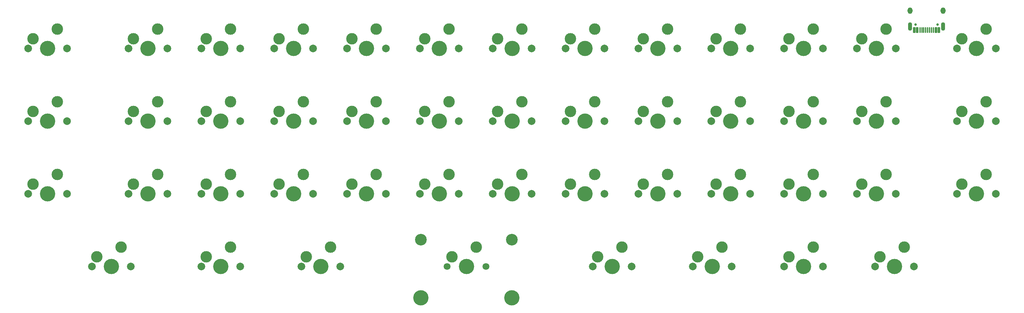
<source format=gbr>
%TF.GenerationSoftware,KiCad,Pcbnew,8.0.3*%
%TF.CreationDate,2024-06-22T11:54:46+09:00*%
%TF.ProjectId,Sherie,53686572-6965-42e6-9b69-6361645f7063,1.0*%
%TF.SameCoordinates,Original*%
%TF.FileFunction,Soldermask,Top*%
%TF.FilePolarity,Negative*%
%FSLAX46Y46*%
G04 Gerber Fmt 4.6, Leading zero omitted, Abs format (unit mm)*
G04 Created by KiCad (PCBNEW 8.0.3) date 2024-06-22 11:54:46*
%MOMM*%
%LPD*%
G01*
G04 APERTURE LIST*
G04 Aperture macros list*
%AMRoundRect*
0 Rectangle with rounded corners*
0 $1 Rounding radius*
0 $2 $3 $4 $5 $6 $7 $8 $9 X,Y pos of 4 corners*
0 Add a 4 corners polygon primitive as box body*
4,1,4,$2,$3,$4,$5,$6,$7,$8,$9,$2,$3,0*
0 Add four circle primitives for the rounded corners*
1,1,$1+$1,$2,$3*
1,1,$1+$1,$4,$5*
1,1,$1+$1,$6,$7*
1,1,$1+$1,$8,$9*
0 Add four rect primitives between the rounded corners*
20,1,$1+$1,$2,$3,$4,$5,0*
20,1,$1+$1,$4,$5,$6,$7,0*
20,1,$1+$1,$6,$7,$8,$9,0*
20,1,$1+$1,$8,$9,$2,$3,0*%
G04 Aperture macros list end*
%ADD10C,2.000000*%
%ADD11C,3.000000*%
%ADD12C,4.000000*%
%ADD13C,3.050000*%
%ADD14C,1.800000*%
%ADD15C,0.650000*%
%ADD16RoundRect,0.060000X0.240000X0.665000X-0.240000X0.665000X-0.240000X-0.665000X0.240000X-0.665000X0*%
%ADD17RoundRect,0.060000X0.090000X0.665000X-0.090000X0.665000X-0.090000X-0.665000X0.090000X-0.665000X0*%
%ADD18O,1.100000X2.200000*%
%ADD19O,1.300000X1.700000*%
G04 APERTURE END LIST*
D10*
%TO.C,SW42*%
X163830000Y-164623750D03*
D11*
X165100000Y-162083750D03*
D12*
X168910000Y-164623750D03*
D11*
X171450000Y-159543750D03*
D10*
X173990000Y-164623750D03*
%TD*%
%TO.C,SW9*%
X251936250Y-107473750D03*
D11*
X253206250Y-104933750D03*
D12*
X257016250Y-107473750D03*
D11*
X259556250Y-102393750D03*
D10*
X262096250Y-107473750D03*
%TD*%
%TO.C,SW6*%
X194786250Y-107473750D03*
D11*
X196056250Y-104933750D03*
D12*
X199866250Y-107473750D03*
D11*
X202406250Y-102393750D03*
D10*
X204946250Y-107473750D03*
%TD*%
%TO.C,SW29*%
X137636250Y-145573750D03*
D11*
X138906250Y-143033750D03*
D12*
X142716250Y-145573750D03*
D11*
X145256250Y-140493750D03*
D10*
X147796250Y-145573750D03*
%TD*%
D13*
%TO.C,SW43*%
X195110000Y-157623750D03*
D12*
X195110000Y-172863750D03*
D14*
X201930000Y-164623750D03*
D11*
X203200000Y-162083750D03*
D12*
X207010000Y-164623750D03*
D11*
X209550000Y-159543750D03*
D14*
X212090000Y-164623750D03*
D13*
X218910000Y-157623750D03*
D12*
X218910000Y-172863750D03*
%TD*%
D10*
%TO.C,SW22*%
X251936250Y-126523750D03*
D11*
X253206250Y-123983750D03*
D12*
X257016250Y-126523750D03*
D11*
X259556250Y-121443750D03*
D10*
X262096250Y-126523750D03*
%TD*%
%TO.C,SW15*%
X118586250Y-126523750D03*
D11*
X119856250Y-123983750D03*
D12*
X123666250Y-126523750D03*
D11*
X126206250Y-121443750D03*
D10*
X128746250Y-126523750D03*
%TD*%
%TO.C,SW24*%
X290036250Y-126523750D03*
D11*
X291306250Y-123983750D03*
D12*
X295116250Y-126523750D03*
D11*
X297656250Y-121443750D03*
D10*
X300196250Y-126523750D03*
%TD*%
%TO.C,SW25*%
X309086250Y-126523750D03*
D11*
X310356250Y-123983750D03*
D12*
X314166250Y-126523750D03*
D11*
X316706250Y-121443750D03*
D10*
X319246250Y-126523750D03*
%TD*%
%TO.C,SW45*%
X266223750Y-164623750D03*
D11*
X267493750Y-162083750D03*
D12*
X271303750Y-164623750D03*
D11*
X273843750Y-159543750D03*
D10*
X276383750Y-164623750D03*
%TD*%
%TO.C,SW7*%
X213836250Y-107473750D03*
D11*
X215106250Y-104933750D03*
D12*
X218916250Y-107473750D03*
D11*
X221456250Y-102393750D03*
D10*
X223996250Y-107473750D03*
%TD*%
%TO.C,SW10*%
X270986250Y-107473750D03*
D11*
X272256250Y-104933750D03*
D12*
X276066250Y-107473750D03*
D11*
X278606250Y-102393750D03*
D10*
X281146250Y-107473750D03*
%TD*%
%TO.C,SW19*%
X194786250Y-126523750D03*
D11*
X196056250Y-123983750D03*
D12*
X199866250Y-126523750D03*
D11*
X202406250Y-121443750D03*
D10*
X204946250Y-126523750D03*
%TD*%
%TO.C,SW14*%
X92392500Y-126523750D03*
D11*
X93662500Y-123983750D03*
D12*
X97472500Y-126523750D03*
D11*
X100012500Y-121443750D03*
D10*
X102552500Y-126523750D03*
%TD*%
%TO.C,SW30*%
X156686250Y-145573750D03*
D11*
X157956250Y-143033750D03*
D12*
X161766250Y-145573750D03*
D11*
X164306250Y-140493750D03*
D10*
X166846250Y-145573750D03*
%TD*%
%TO.C,SW39*%
X335280000Y-145573750D03*
D11*
X336550000Y-143033750D03*
D12*
X340360000Y-145573750D03*
D11*
X342900000Y-140493750D03*
D10*
X345440000Y-145573750D03*
%TD*%
%TO.C,SW46*%
X290036250Y-164623750D03*
D11*
X291306250Y-162083750D03*
D12*
X295116250Y-164623750D03*
D11*
X297656250Y-159543750D03*
D10*
X300196250Y-164623750D03*
%TD*%
%TO.C,SW28*%
X118586250Y-145573750D03*
D11*
X119856250Y-143033750D03*
D12*
X123666250Y-145573750D03*
D11*
X126206250Y-140493750D03*
D10*
X128746250Y-145573750D03*
%TD*%
%TO.C,SW40*%
X109061250Y-164623750D03*
D11*
X110331250Y-162083750D03*
D12*
X114141250Y-164623750D03*
D11*
X116681250Y-159543750D03*
D10*
X119221250Y-164623750D03*
%TD*%
%TO.C,SW31*%
X175736250Y-145573750D03*
D11*
X177006250Y-143033750D03*
D12*
X180816250Y-145573750D03*
D11*
X183356250Y-140493750D03*
D10*
X185896250Y-145573750D03*
%TD*%
%TO.C,SW38*%
X309086250Y-145573750D03*
D11*
X310356250Y-143033750D03*
D12*
X314166250Y-145573750D03*
D11*
X316706250Y-140493750D03*
D10*
X319246250Y-145573750D03*
%TD*%
%TO.C,SW26*%
X335280000Y-126523750D03*
D11*
X336550000Y-123983750D03*
D12*
X340360000Y-126523750D03*
D11*
X342900000Y-121443750D03*
D10*
X345440000Y-126523750D03*
%TD*%
%TO.C,SW27*%
X92392500Y-145573750D03*
D11*
X93662500Y-143033750D03*
D12*
X97472500Y-145573750D03*
D11*
X100012500Y-140493750D03*
D10*
X102552500Y-145573750D03*
%TD*%
%TO.C,SW23*%
X270986250Y-126523750D03*
D11*
X272256250Y-123983750D03*
D12*
X276066250Y-126523750D03*
D11*
X278606250Y-121443750D03*
D10*
X281146250Y-126523750D03*
%TD*%
%TO.C,SW37*%
X290036250Y-145573750D03*
D11*
X291306250Y-143033750D03*
D12*
X295116250Y-145573750D03*
D11*
X297656250Y-140493750D03*
D10*
X300196250Y-145573750D03*
%TD*%
%TO.C,SW20*%
X213836250Y-126523750D03*
D11*
X215106250Y-123983750D03*
D12*
X218916250Y-126523750D03*
D11*
X221456250Y-121443750D03*
D10*
X223996250Y-126523750D03*
%TD*%
%TO.C,SW17*%
X156686250Y-126523750D03*
D11*
X157956250Y-123983750D03*
D12*
X161766250Y-126523750D03*
D11*
X164306250Y-121443750D03*
D10*
X166846250Y-126523750D03*
%TD*%
%TO.C,SW2*%
X118586250Y-107473750D03*
D11*
X119856250Y-104933750D03*
D12*
X123666250Y-107473750D03*
D11*
X126206250Y-102393750D03*
D10*
X128746250Y-107473750D03*
%TD*%
%TO.C,SW35*%
X251936250Y-145573750D03*
D11*
X253206250Y-143033750D03*
D12*
X257016250Y-145573750D03*
D11*
X259556250Y-140493750D03*
D10*
X262096250Y-145573750D03*
%TD*%
%TO.C,SW41*%
X137636250Y-164623750D03*
D11*
X138906250Y-162083750D03*
D12*
X142716250Y-164623750D03*
D11*
X145256250Y-159543750D03*
D10*
X147796250Y-164623750D03*
%TD*%
%TO.C,SW4*%
X156686250Y-107473750D03*
D11*
X157956250Y-104933750D03*
D12*
X161766250Y-107473750D03*
D11*
X164306250Y-102393750D03*
D10*
X166846250Y-107473750D03*
%TD*%
%TO.C,SW34*%
X232886250Y-145573750D03*
D11*
X234156250Y-143033750D03*
D12*
X237966250Y-145573750D03*
D11*
X240506250Y-140493750D03*
D10*
X243046250Y-145573750D03*
%TD*%
%TO.C,SW47*%
X313848750Y-164623750D03*
D11*
X315118750Y-162083750D03*
D12*
X318928750Y-164623750D03*
D11*
X321468750Y-159543750D03*
D10*
X324008750Y-164623750D03*
%TD*%
%TO.C,SW3*%
X137636250Y-107473750D03*
D11*
X138906250Y-104933750D03*
D12*
X142716250Y-107473750D03*
D11*
X145256250Y-102393750D03*
D10*
X147796250Y-107473750D03*
%TD*%
%TO.C,SW32*%
X194786250Y-145573750D03*
D11*
X196056250Y-143033750D03*
D12*
X199866250Y-145573750D03*
D11*
X202406250Y-140493750D03*
D10*
X204946250Y-145573750D03*
%TD*%
%TO.C,SW12*%
X309086250Y-107473750D03*
D11*
X310356250Y-104933750D03*
D12*
X314166250Y-107473750D03*
D11*
X316706250Y-102393750D03*
D10*
X319246250Y-107473750D03*
%TD*%
D15*
%TO.C,J1*%
X330250000Y-101225000D03*
X324470000Y-101225000D03*
D16*
X330585000Y-102670000D03*
X329810000Y-102670000D03*
D17*
X328610000Y-102670000D03*
X327610000Y-102670000D03*
X327110000Y-102670000D03*
X326110000Y-102670000D03*
D16*
X324135000Y-102670000D03*
X324910000Y-102670000D03*
D17*
X325610000Y-102670000D03*
X326610000Y-102670000D03*
X328110000Y-102670000D03*
X329110000Y-102670000D03*
D18*
X331680000Y-101755000D03*
D19*
X331680000Y-97575000D03*
D18*
X323040000Y-101755000D03*
D19*
X323040000Y-97575000D03*
%TD*%
D10*
%TO.C,SW8*%
X232886250Y-107473750D03*
D11*
X234156250Y-104933750D03*
D12*
X237966250Y-107473750D03*
D11*
X240506250Y-102393750D03*
D10*
X243046250Y-107473750D03*
%TD*%
%TO.C,SW33*%
X213836250Y-145573750D03*
D11*
X215106250Y-143033750D03*
D12*
X218916250Y-145573750D03*
D11*
X221456250Y-140493750D03*
D10*
X223996250Y-145573750D03*
%TD*%
%TO.C,SW21*%
X232886250Y-126523750D03*
D11*
X234156250Y-123983750D03*
D12*
X237966250Y-126523750D03*
D11*
X240506250Y-121443750D03*
D10*
X243046250Y-126523750D03*
%TD*%
%TO.C,SW18*%
X175736250Y-126523750D03*
D11*
X177006250Y-123983750D03*
D12*
X180816250Y-126523750D03*
D11*
X183356250Y-121443750D03*
D10*
X185896250Y-126523750D03*
%TD*%
%TO.C,SW44*%
X240030000Y-164623750D03*
D11*
X241300000Y-162083750D03*
D12*
X245110000Y-164623750D03*
D11*
X247650000Y-159543750D03*
D10*
X250190000Y-164623750D03*
%TD*%
%TO.C,SW36*%
X270986250Y-145573750D03*
D11*
X272256250Y-143033750D03*
D12*
X276066250Y-145573750D03*
D11*
X278606250Y-140493750D03*
D10*
X281146250Y-145573750D03*
%TD*%
%TO.C,SW13*%
X335280000Y-107473750D03*
D11*
X336550000Y-104933750D03*
D12*
X340360000Y-107473750D03*
D11*
X342900000Y-102393750D03*
D10*
X345440000Y-107473750D03*
%TD*%
%TO.C,SW1*%
X92420000Y-107460000D03*
D11*
X93690000Y-104920000D03*
D12*
X97500000Y-107460000D03*
D11*
X100040000Y-102380000D03*
D10*
X102580000Y-107460000D03*
%TD*%
%TO.C,SW5*%
X175736250Y-107473750D03*
D11*
X177006250Y-104933750D03*
D12*
X180816250Y-107473750D03*
D11*
X183356250Y-102393750D03*
D10*
X185896250Y-107473750D03*
%TD*%
%TO.C,SW11*%
X290036250Y-107473750D03*
D11*
X291306250Y-104933750D03*
D12*
X295116250Y-107473750D03*
D11*
X297656250Y-102393750D03*
D10*
X300196250Y-107473750D03*
%TD*%
%TO.C,SW16*%
X137636250Y-126523750D03*
D11*
X138906250Y-123983750D03*
D12*
X142716250Y-126523750D03*
D11*
X145256250Y-121443750D03*
D10*
X147796250Y-126523750D03*
%TD*%
M02*

</source>
